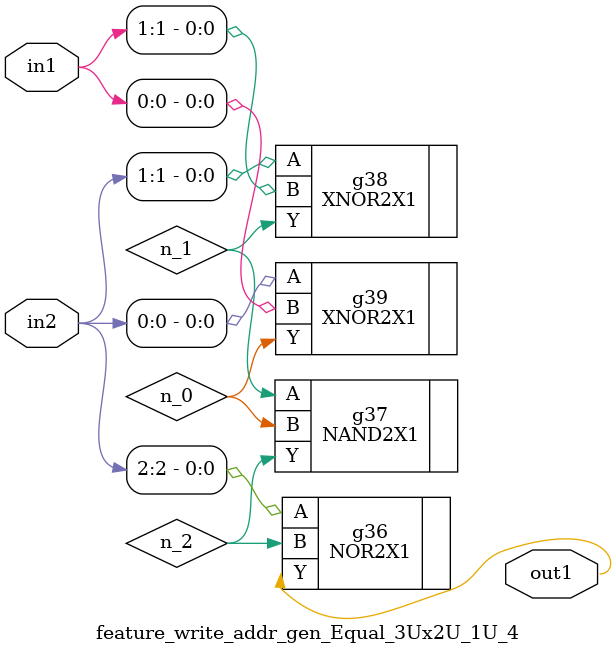
<source format=v>
`timescale 1ps / 1ps


module feature_write_addr_gen_Equal_3Ux2U_1U_4(in2, in1, out1);
  input [2:0] in2;
  input [1:0] in1;
  output out1;
  wire [2:0] in2;
  wire [1:0] in1;
  wire out1;
  wire n_0, n_1, n_2;
  NOR2X1 g36(.A (in2[2]), .B (n_2), .Y (out1));
  NAND2X1 g37(.A (n_1), .B (n_0), .Y (n_2));
  XNOR2X1 g38(.A (in2[1]), .B (in1[1]), .Y (n_1));
  XNOR2X1 g39(.A (in2[0]), .B (in1[0]), .Y (n_0));
endmodule



</source>
